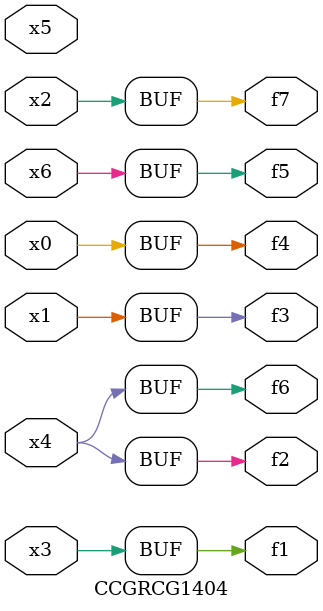
<source format=v>
module CCGRCG1404(
	input x0, x1, x2, x3, x4, x5, x6,
	output f1, f2, f3, f4, f5, f6, f7
);
	assign f1 = x3;
	assign f2 = x4;
	assign f3 = x1;
	assign f4 = x0;
	assign f5 = x6;
	assign f6 = x4;
	assign f7 = x2;
endmodule

</source>
